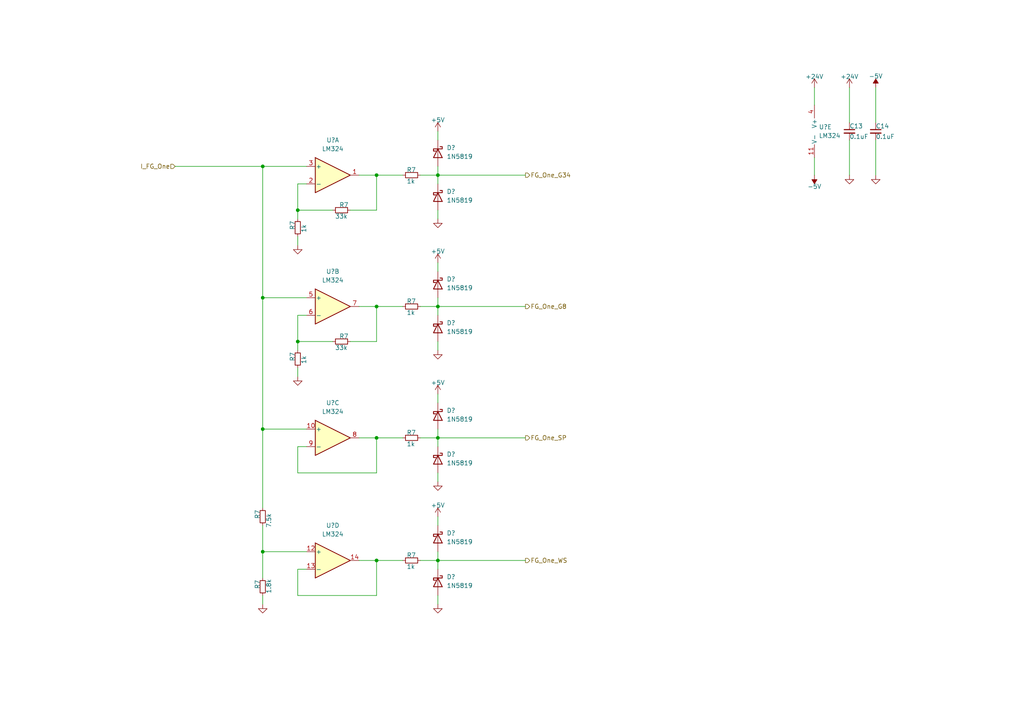
<source format=kicad_sch>
(kicad_sch (version 20230121) (generator eeschema)
  (paper "A4")
  (title_block (title "FG One Amplifier Circuit") (date "2023-12-09") (rev "0.5") (company "/dev/tal e.V."))
  (lib_symbols
    (symbol "Amplifier_Operational:LM324" (pin_names (offset 0.127))
      (property "Reference" "U" (at 0 5.08 0))
      (property "Value" "LM324" (at 0 -5.08 0))
      (symbol "LM324_1_1"
        (polyline (pts (xy -5.08 5.08) (xy 5.08 0) (xy -5.08 -5.08) (xy -5.08 5.08)) (stroke (width 0.254)) (fill (type background)))
        (pin output line (at 7.62 0 180) (length 2.54) (name "~") (number "1"))
        (pin input line (at -7.62 -2.54 0) (length 2.54) (name "-") (number "2"))
        (pin input line (at -7.62 2.54 0) (length 2.54) (name "+") (number "3"))
      )
      (symbol "LM324_2_1"
        (polyline (pts (xy -5.08 5.08) (xy 5.08 0) (xy -5.08 -5.08) (xy -5.08 5.08)) (stroke (width 0.254)) (fill (type background)))
        (pin input line (at -7.62 2.54 0) (length 2.54) (name "+") (number "5"))
        (pin input line (at -7.62 -2.54 0) (length 2.54) (name "-") (number "6"))
        (pin output line (at 7.62 0 180) (length 2.54) (name "~") (number "7"))
      )
      (symbol "LM324_3_1"
        (polyline (pts (xy -5.08 5.08) (xy 5.08 0) (xy -5.08 -5.08) (xy -5.08 5.08)) (stroke (width 0.254)) (fill (type background)))
        (pin input line (at -7.62 2.54 0) (length 2.54) (name "+") (number "10"))
        (pin output line (at 7.62 0 180) (length 2.54) (name "~") (number "8"))
        (pin input line (at -7.62 -2.54 0) (length 2.54) (name "-") (number "9"))
      )
      (symbol "LM324_4_1"
        (polyline (pts (xy -5.08 5.08) (xy 5.08 0) (xy -5.08 -5.08) (xy -5.08 5.08)) (stroke (width 0.254)) (fill (type background)))
        (pin input line (at -7.62 2.54 0) (length 2.54) (name "+") (number "12"))
        (pin input line (at -7.62 -2.54 0) (length 2.54) (name "-") (number "13"))
        (pin output line (at 7.62 0 180) (length 2.54) (name "~") (number "14"))
      )
      (symbol "LM324_5_1"
        (pin power_in line (at -2.54 -7.62 90) (length 3.81) (name "V-") (number "11"))
        (pin power_in line (at -2.54 7.62 270) (length 3.81) (name "V+") (number "4"))
      )
    )
    (symbol "Device:C_Small" (pin_numbers hide) (pin_names (offset 0.254) hide)
      (property "Reference" "C" (at 0.254 1.778 0))
      (property "Value" "C_Small" (at 0.254 -2.032 0))
      (symbol "C_Small_0_1"
        (polyline (pts (xy -1.524 -0.508) (xy 1.524 -0.508)) (stroke (width 0.3302)))
        (polyline (pts (xy -1.524 0.508) (xy 1.524 0.508)) (stroke (width 0.3048)))
      )
      (symbol "C_Small_1_1"
        (pin passive line (at 0 2.54 270) (length 2.032) (name "~") (number "1"))
        (pin passive line (at 0 -2.54 90) (length 2.032) (name "~") (number "2"))
      )
    )
    (symbol "Device:R_Small" (pin_numbers hide) (pin_names (offset 0.254) hide)
      (property "Reference" "R" (at 0.762 0.508 0))
      (property "Value" "R_Small" (at 0.762 -1.016 0))
      (symbol "R_Small_0_1"
        (rectangle (start -0.762 1.778) (end 0.762 -1.778) (stroke (width 0.2032)))
      )
      (symbol "R_Small_1_1"
        (pin passive line (at 0 2.54 270) (length 0.762) (name "~") (number "1"))
        (pin passive line (at 0 -2.54 90) (length 0.762) (name "~") (number "2"))
      )
    )
    (symbol "Diode:1N5819" (pin_numbers hide) (pin_names (offset 1.016) hide)
      (property "Reference" "D" (at 0 2.54 0))
      (property "Value" "1N5819" (at 0 -2.54 0))
      (symbol "1N5819_0_1"
        (polyline (pts (xy 1.27 0) (xy -1.27 0)))
        (polyline (pts (xy 1.27 1.27) (xy 1.27 -1.27) (xy -1.27 0) (xy 1.27 1.27)) (stroke (width 0.254)))
        (polyline (pts (xy -1.905 0.635) (xy -1.905 1.27) (xy -1.27 1.27) (xy -1.27 -1.27) (xy -0.635 -1.27) (xy -0.635 -0.635)) (stroke (width 0.254)))
      )
      (symbol "1N5819_1_1"
        (pin passive line (at -3.81 0 0) (length 2.54) (name "K") (number "1"))
        (pin passive line (at 3.81 0 180) (length 2.54) (name "A") (number "2"))
      )
    )
    (symbol "power:+24V" (power) (pin_names (offset 0))
      (property "Value" "+24V" (at 0 3.556 0))
      (symbol "+24V_0_1"
        (polyline (pts (xy -0.762 1.27) (xy 0 2.54)))
        (polyline (pts (xy 0 0) (xy 0 2.54)))
        (polyline (pts (xy 0 2.54) (xy 0.762 1.27)))
      )
      (symbol "+24V_1_1"
        (pin power_in line (at 0 0 90) (length 0) hide (name "+24V") (number "1"))
      )
    )
    (symbol "power:+5V" (power) (pin_names (offset 0))
      (property "Value" "+5V" (at 0 3.556 0))
      (symbol "+5V_0_1"
        (polyline (pts (xy -0.762 1.27) (xy 0 2.54)))
        (polyline (pts (xy 0 0) (xy 0 2.54)))
        (polyline (pts (xy 0 2.54) (xy 0.762 1.27)))
      )
      (symbol "+5V_1_1"
        (pin power_in line (at 0 0 90) (length 0) hide (name "+5V") (number "1"))
      )
    )
    (symbol "power:-5V" (power) (pin_names (offset 0))
      (property "Value" "-5V" (at 0 3.81 0))
      (symbol "-5V_0_0"
        (pin power_in line (at 0 0 90) (length 0) hide (name "-5V") (number "1"))
      )
      (symbol "-5V_0_1"
        (polyline (pts (xy 0 0) (xy 0 1.27) (xy 0.762 1.27) (xy 0 2.54) (xy -0.762 1.27) (xy 0 1.27)) (fill (type outline)))
      )
    )
    (symbol "power:GND" (power) (pin_names (offset 0))
      (property "Value" "GND" (at 0 -3.81 0))
      (symbol "GND_0_1"
        (polyline (pts (xy 0 0) (xy 0 -1.27) (xy 1.27 -1.27) (xy 0 -2.54) (xy -1.27 -1.27) (xy 0 -1.27)))
      )
      (symbol "GND_1_1"
        (pin power_in line (at 0 0 270) (length 0) hide (name "GND") (number "1"))
      )
    )
  )
  (junction (at 76.2 86.36))
  (junction (at 109.22 127))
  (junction (at 109.22 88.9))
  (junction (at 127 88.9))
  (junction (at 86.36 60.96))
  (junction (at 127 162.56))
  (junction (at 76.2 124.46))
  (junction (at 86.36 99.06))
  (junction (at 76.2 48.26))
  (junction (at 127 50.8))
  (junction (at 76.2 160.02))
  (junction (at 127 127))
  (junction (at 109.22 162.56))
  (junction (at 109.22 50.8))
  (wire (pts (xy 127 38.1) (xy 127 40.64)))
  (wire (pts (xy 86.36 91.44) (xy 86.36 99.06)))
  (wire (pts (xy 88.9 124.46) (xy 76.2 124.46)))
  (wire (pts (xy 86.36 68.58) (xy 86.36 71.12)))
  (wire (pts (xy 86.36 60.96) (xy 96.52 60.96)))
  (wire (pts (xy 121.92 88.9) (xy 127 88.9)))
  (wire (pts (xy 88.9 165.1) (xy 86.36 165.1)))
  (wire (pts (xy 254 40.64) (xy 254 50.8)))
  (wire (pts (xy 127 127) (xy 152.4 127)))
  (wire (pts (xy 88.9 53.34) (xy 86.36 53.34)))
  (wire (pts (xy 88.9 86.36) (xy 76.2 86.36)))
  (wire (pts (xy 76.2 86.36) (xy 76.2 48.26)))
  (wire (pts (xy 127 124.46) (xy 127 127)))
  (wire (pts (xy 109.22 162.56) (xy 116.84 162.56)))
  (wire (pts (xy 86.36 99.06) (xy 86.36 101.6)))
  (wire (pts (xy 127 86.36) (xy 127 88.9)))
  (wire (pts (xy 76.2 172.72) (xy 76.2 175.26)))
  (wire (pts (xy 104.14 127) (xy 109.22 127)))
  (wire (pts (xy 86.36 53.34) (xy 86.36 60.96)))
  (wire (pts (xy 127 50.8) (xy 127 53.34)))
  (wire (pts (xy 236.22 45.72) (xy 236.22 50.8)))
  (wire (pts (xy 109.22 127) (xy 116.84 127)))
  (wire (pts (xy 76.2 48.26) (xy 88.9 48.26)))
  (wire (pts (xy 127 162.56) (xy 127 165.1)))
  (wire (pts (xy 86.36 99.06) (xy 96.52 99.06)))
  (wire (pts (xy 127 160.02) (xy 127 162.56)))
  (wire (pts (xy 109.22 99.06) (xy 109.22 88.9)))
  (wire (pts (xy 76.2 160.02) (xy 76.2 167.64)))
  (wire (pts (xy 86.36 129.54) (xy 86.36 137.16)))
  (wire (pts (xy 246.38 25.4) (xy 246.38 35.56)))
  (wire (pts (xy 246.38 40.64) (xy 246.38 50.8)))
  (wire (pts (xy 88.9 129.54) (xy 86.36 129.54)))
  (wire (pts (xy 127 137.16) (xy 127 139.7)))
  (wire (pts (xy 121.92 127) (xy 127 127)))
  (wire (pts (xy 76.2 152.4) (xy 76.2 160.02)))
  (wire (pts (xy 104.14 50.8) (xy 109.22 50.8)))
  (wire (pts (xy 88.9 91.44) (xy 86.36 91.44)))
  (wire (pts (xy 86.36 60.96) (xy 86.36 63.5)))
  (wire (pts (xy 127 50.8) (xy 152.4 50.8)))
  (wire (pts (xy 109.22 172.72) (xy 109.22 162.56)))
  (wire (pts (xy 86.36 106.68) (xy 86.36 109.22)))
  (wire (pts (xy 127 60.96) (xy 127 63.5)))
  (wire (pts (xy 109.22 88.9) (xy 116.84 88.9)))
  (wire (pts (xy 127 48.26) (xy 127 50.8)))
  (wire (pts (xy 101.6 60.96) (xy 109.22 60.96)))
  (wire (pts (xy 127 76.2) (xy 127 78.74)))
  (wire (pts (xy 127 88.9) (xy 152.4 88.9)))
  (wire (pts (xy 86.36 172.72) (xy 109.22 172.72)))
  (wire (pts (xy 76.2 124.46) (xy 76.2 147.32)))
  (wire (pts (xy 121.92 162.56) (xy 127 162.56)))
  (wire (pts (xy 109.22 60.96) (xy 109.22 50.8)))
  (wire (pts (xy 104.14 162.56) (xy 109.22 162.56)))
  (wire (pts (xy 101.6 99.06) (xy 109.22 99.06)))
  (wire (pts (xy 50.8 48.26) (xy 76.2 48.26)))
  (wire (pts (xy 127 162.56) (xy 152.4 162.56)))
  (wire (pts (xy 86.36 165.1) (xy 86.36 172.72)))
  (wire (pts (xy 127 149.86) (xy 127 152.4)))
  (wire (pts (xy 236.22 25.4) (xy 236.22 30.48)))
  (wire (pts (xy 254 25.4) (xy 254 35.56)))
  (wire (pts (xy 104.14 88.9) (xy 109.22 88.9)))
  (wire (pts (xy 109.22 50.8) (xy 116.84 50.8)))
  (wire (pts (xy 76.2 160.02) (xy 88.9 160.02)))
  (wire (pts (xy 127 99.06) (xy 127 101.6)))
  (wire (pts (xy 127 114.3) (xy 127 116.84)))
  (wire (pts (xy 127 88.9) (xy 127 91.44)))
  (wire (pts (xy 76.2 124.46) (xy 76.2 86.36)))
  (wire (pts (xy 127 172.72) (xy 127 175.26)))
  (wire (pts (xy 86.36 137.16) (xy 109.22 137.16)))
  (wire (pts (xy 127 127) (xy 127 129.54)))
  (wire (pts (xy 121.92 50.8) (xy 127 50.8)))
  (wire (pts (xy 109.22 137.16) (xy 109.22 127)))
  (hierarchical_label "FG_One_G8" (shape output) (at 152.4 88.9 0))
  (hierarchical_label "I_FG_One" (shape input) (at 50.8 48.26 180))
  (hierarchical_label "FG_One_WS" (shape output) (at 152.4 162.56 0))
  (hierarchical_label "FG_One_SP" (shape output) (at 152.4 127 0))
  (hierarchical_label "FG_One_G34" (shape output) (at 152.4 50.8 0))
  (symbol (lib_id "power:GND") (at 76.2 175.26 0) (unit 1)
    (property "Reference" "#PWR062" (effects hide))
    (property "Value" "GND" (effects hide))
    (instances (project "fg_lampe" (path "" (reference "#PWR062") (unit 1)) (path "" (reference "#PWR?") (unit 1)) (path "" (reference "#PWR0167") (unit 1)) (path "" (reference "#PWR0168") (unit 1))))
  )
  (symbol (lib_id "Diode:1N5819") (at 127 120.65 270) (unit 1)
    (property "Reference" "D?" (at 129.54 119.0625 90) (effects (justify left)))
    (property "Value" "1N5819" (at 129.54 121.6025 90) (effects (justify left)))
    (property "Footprint" "Diode_THT:D_DO-41_SOD81_P10.16mm_Horizontal" (effects hide))
    (property "Datasheet" "http://www.vishay.com/docs/88525/1n5817.pdf" (effects hide))
    (instances (project "fg_lampe" (path "" (reference "D?") (unit 1)) (path "" (reference "D6") (unit 1)) (path "" (reference "D14") (unit 1))))
  )
  (symbol (lib_id "Amplifier_Operational:LM324") (at 96.52 162.56 0) (unit 4)
    (property "Reference" "U?" (at 96.52 152.4 0))
    (property "Value" "LM324" (at 96.52 154.94 0))
    (property "Footprint" "Package_DIP:DIP-14_W7.62mm_Socket_LongPads" (effects hide))
    (property "Datasheet" "http://www.ti.com/lit/ds/symlink/lm2902-n.pdf" (effects hide))
    (instances (project "fg_lampe" (path "" (reference "U?") (unit 4)) (path "" (reference "U14") (unit 4)) (path "" (reference "U15") (unit 4))))
  )
  (symbol (lib_id "Diode:1N5819") (at 127 133.35 270) (unit 1)
    (property "Reference" "D?" (at 129.54 131.7625 90) (effects (justify left)))
    (property "Value" "1N5819" (at 129.54 134.3025 90) (effects (justify left)))
    (property "Footprint" "Diode_THT:D_DO-41_SOD81_P10.16mm_Horizontal" (effects hide))
    (property "Datasheet" "http://www.vishay.com/docs/88525/1n5817.pdf" (effects hide))
    (instances (project "fg_lampe" (path "" (reference "D?") (unit 1)) (path "" (reference "D7") (unit 1)) (path "" (reference "D15") (unit 1))))
  )
  (symbol (lib_id "Device:R_Small") (at 119.38 88.9 90) (unit 1)
    (property "Reference" "R7" (at 120.65 87.376 90) (effects (justify left)))
    (property "Value" "1k" (at 120.396 90.678 90) (effects (justify left)))
    (property "Footprint" "Resistor_THT:R_Axial_DIN0207_L6.3mm_D2.5mm_P10.16mm_Horizontal" (effects hide))
    (property "Datasheet" "https://www.seielect.com/catalog/sei-cf_cfm.pdf" (effects hide))
    (property "Manufacturer" "Stackpole Electronics Inc" (effects hide))
    (property "Part Nr. " "CF14JT1K00" (effects hide))
    (instances (project "fg_lampe" (path "" (reference "R7") (unit 1)) (path "" (reference "R40") (unit 1)) (path "" (reference "R?") (unit 1)) (path "" (reference "R45") (unit 1)) (path "" (reference "R49") (unit 1))))
  )
  (symbol (lib_id "Amplifier_Operational:LM324") (at 96.52 88.9 0) (unit 2)
    (property "Reference" "U?" (at 96.52 78.74 0))
    (property "Value" "LM324" (at 96.52 81.28 0))
    (property "Footprint" "Package_DIP:DIP-14_W7.62mm_Socket_LongPads" (effects hide))
    (property "Datasheet" "http://www.ti.com/lit/ds/symlink/lm2902-n.pdf" (effects hide))
    (instances (project "fg_lampe" (path "" (reference "U?") (unit 2)) (path "" (reference "U14") (unit 2)) (path "" (reference "U15") (unit 2))))
  )
  (symbol (lib_id "Device:C_Small") (at 246.38 38.1 0) (unit 1)
    (property "Reference" "C13" (at 246.38 36.576 0) (effects (justify left)))
    (property "Value" "0.1uF" (at 246.38 39.624 0) (effects (justify left)))
    (property "Footprint" "Capacitor_THT:C_Disc_D5.1mm_W3.2mm_P5.00mm" (effects hide))
    (property "Datasheet" "https://datasheets.kyocera-avx.com/SR-Series.pdf" (effects hide))
    (property "Part Nr. " "SR211C104KARTR1" (effects hide))
    (property "Manufacturer" "KYOCERA AVX" (effects hide))
    (instances (project "fg_lampe" (path "" (reference "C13") (unit 1)) (path "" (reference "C13") (unit 1)) (path "" (reference "C36") (unit 1)) (path "" (reference "C38") (unit 1))))
  )
  (symbol (lib_id "power:-5V") (at 236.22 50.8 180) (unit 1)
    (property "Reference" "#PWR036" (effects hide))
    (property "Value" "-5V" (at 236.22 54.102 0))
    (instances (project "fg_lampe" (path "" (reference "#PWR036") (unit 1)) (path "" (reference "#PWR036") (unit 1)) (path "" (reference "#PWR0146") (unit 1)) (path "" (reference "#PWR0160") (unit 1))))
  )
  (symbol (lib_id "power:+5V") (at 127 149.86 0) (unit 1)
    (property "Reference" "#PWR061" (effects hide))
    (property "Value" "+5V" (at 127 146.558 0))
    (instances (project "fg_lampe" (path "" (reference "#PWR061") (unit 1)) (path "" (reference "#PWR?") (unit 1)) (path "" (reference "#PWR0143") (unit 1)) (path "" (reference "#PWR0157") (unit 1))))
  )
  (symbol (lib_id "power:+5V") (at 127 114.3 0) (unit 1)
    (property "Reference" "#PWR061" (effects hide))
    (property "Value" "+5V" (at 127 110.998 0))
    (instances (project "fg_lampe" (path "" (reference "#PWR061") (unit 1)) (path "" (reference "#PWR?") (unit 1)) (path "" (reference "#PWR0141") (unit 1)) (path "" (reference "#PWR0155") (unit 1))))
  )
  (symbol (lib_id "Device:R_Small") (at 76.2 170.18 180) (unit 1)
    (property "Reference" "R7" (at 74.676 168.148 90) (effects (justify left)))
    (property "Value" "1.8k" (at 77.978 167.894 90) (effects (justify left)))
    (property "Footprint" "Resistor_THT:R_Axial_DIN0207_L6.3mm_D2.5mm_P10.16mm_Horizontal" (effects hide))
    (property "Datasheet" "https://www.seielect.com/catalog/sei-cf_cfm.pdf" (effects hide))
    (property "Manufacturer" "Stackpole Electronics Inc" (effects hide))
    (property "Part Nr. " "CF14JT1K00" (effects hide))
    (instances (project "fg_lampe" (path "" (reference "R7") (unit 1)) (path "" (reference "R40") (unit 1)) (path "" (reference "R?") (unit 1)) (path "" (reference "R56") (unit 1)) (path "" (reference "R59") (unit 1))))
  )
  (symbol (lib_id "Device:R_Small") (at 119.38 50.8 90) (unit 1)
    (property "Reference" "R7" (at 120.65 49.276 90) (effects (justify left)))
    (property "Value" "1k" (at 120.396 52.578 90) (effects (justify left)))
    (property "Footprint" "Resistor_THT:R_Axial_DIN0207_L6.3mm_D2.5mm_P10.16mm_Horizontal" (effects hide))
    (property "Datasheet" "https://www.seielect.com/catalog/sei-cf_cfm.pdf" (effects hide))
    (property "Manufacturer" "Stackpole Electronics Inc" (effects hide))
    (property "Part Nr. " "CF14JT1K00" (effects hide))
    (instances (project "fg_lampe" (path "" (reference "R7") (unit 1)) (path "" (reference "R40") (unit 1)) (path "" (reference "R?") (unit 1)) (path "" (reference "R44") (unit 1)) (path "" (reference "R48") (unit 1))))
  )
  (symbol (lib_id "power:-5V") (at 254 25.4 0) (unit 1)
    (property "Reference" "#PWR040" (effects hide))
    (property "Value" "-5V" (at 254 22.098 0))
    (instances (project "fg_lampe" (path "" (reference "#PWR040") (unit 1)) (path "" (reference "#PWR039") (unit 1)) (path "" (reference "#PWR0149") (unit 1)) (path "" (reference "#PWR0163") (unit 1))))
  )
  (symbol (lib_id "Device:R_Small") (at 119.38 127 90) (unit 1)
    (property "Reference" "R7" (at 120.65 125.476 90) (effects (justify left)))
    (property "Value" "1k" (at 120.396 128.778 90) (effects (justify left)))
    (property "Footprint" "Resistor_THT:R_Axial_DIN0207_L6.3mm_D2.5mm_P10.16mm_Horizontal" (effects hide))
    (property "Datasheet" "https://www.seielect.com/catalog/sei-cf_cfm.pdf" (effects hide))
    (property "Manufacturer" "Stackpole Electronics Inc" (effects hide))
    (property "Part Nr. " "CF14JT1K00" (effects hide))
    (instances (project "fg_lampe" (path "" (reference "R7") (unit 1)) (path "" (reference "R40") (unit 1)) (path "" (reference "R?") (unit 1)) (path "" (reference "R46") (unit 1)) (path "" (reference "R50") (unit 1))))
  )
  (symbol (lib_id "power:GND") (at 254 50.8 0) (unit 1)
    (property "Reference" "#PWR039" (effects hide))
    (property "Value" "GND" (effects hide))
    (instances (project "fg_lampe" (path "" (reference "#PWR039") (unit 1)) (path "" (reference "#PWR040") (unit 1)) (path "" (reference "#PWR0150") (unit 1)) (path "" (reference "#PWR0164") (unit 1))))
  )
  (symbol (lib_id "Diode:1N5819") (at 127 168.91 270) (unit 1)
    (property "Reference" "D?" (at 129.54 167.3225 90) (effects (justify left)))
    (property "Value" "1N5819" (at 129.54 169.8625 90) (effects (justify left)))
    (property "Footprint" "Diode_THT:D_DO-41_SOD81_P10.16mm_Horizontal" (effects hide))
    (property "Datasheet" "http://www.vishay.com/docs/88525/1n5817.pdf" (effects hide))
    (instances (project "fg_lampe" (path "" (reference "D?") (unit 1)) (path "" (reference "D9") (unit 1)) (path "" (reference "D17") (unit 1))))
  )
  (symbol (lib_id "Device:R_Small") (at 119.38 162.56 90) (unit 1)
    (property "Reference" "R7" (at 120.65 161.036 90) (effects (justify left)))
    (property "Value" "1k" (at 120.396 164.338 90) (effects (justify left)))
    (property "Footprint" "Resistor_THT:R_Axial_DIN0207_L6.3mm_D2.5mm_P10.16mm_Horizontal" (effects hide))
    (property "Datasheet" "https://www.seielect.com/catalog/sei-cf_cfm.pdf" (effects hide))
    (property "Manufacturer" "Stackpole Electronics Inc" (effects hide))
    (property "Part Nr. " "CF14JT1K00" (effects hide))
    (instances (project "fg_lampe" (path "" (reference "R7") (unit 1)) (path "" (reference "R40") (unit 1)) (path "" (reference "R?") (unit 1)) (path "" (reference "R47") (unit 1)) (path "" (reference "R51") (unit 1))))
  )
  (symbol (lib_id "power:GND") (at 127 101.6 0) (unit 1)
    (property "Reference" "#PWR062" (effects hide))
    (property "Value" "GND" (effects hide))
    (instances (project "fg_lampe" (path "" (reference "#PWR062") (unit 1)) (path "" (reference "#PWR?") (unit 1)) (path "" (reference "#PWR0140") (unit 1)) (path "" (reference "#PWR0154") (unit 1))))
  )
  (symbol (lib_id "Amplifier_Operational:LM324") (at 96.52 127 0) (unit 3)
    (property "Reference" "U?" (at 96.52 116.84 0))
    (property "Value" "LM324" (at 96.52 119.38 0))
    (property "Footprint" "Package_DIP:DIP-14_W7.62mm_Socket_LongPads" (effects hide))
    (property "Datasheet" "http://www.ti.com/lit/ds/symlink/lm2902-n.pdf" (effects hide))
    (instances (project "fg_lampe" (path "" (reference "U?") (unit 3)) (path "" (reference "U14") (unit 3)) (path "" (reference "U15") (unit 3))))
  )
  (symbol (lib_id "Amplifier_Operational:LM324") (at 238.76 38.1 0) (unit 5)
    (property "Reference" "U?" (at 237.49 36.83 0) (effects (justify left)))
    (property "Value" "LM324" (at 237.49 39.37 0) (effects (justify left)))
    (property "Footprint" "Package_DIP:DIP-14_W7.62mm_Socket_LongPads" (effects hide))
    (property "Datasheet" "http://www.ti.com/lit/ds/symlink/lm2902-n.pdf" (effects hide))
    (instances (project "fg_lampe" (path "" (reference "U?") (unit 5)) (path "" (reference "U14") (unit 5)) (path "" (reference "U15") (unit 5))))
  )
  (symbol (lib_id "Diode:1N5819") (at 127 156.21 270) (unit 1)
    (property "Reference" "D?" (at 129.54 154.6225 90) (effects (justify left)))
    (property "Value" "1N5819" (at 129.54 157.1625 90) (effects (justify left)))
    (property "Footprint" "Diode_THT:D_DO-41_SOD81_P10.16mm_Horizontal" (effects hide))
    (property "Datasheet" "http://www.vishay.com/docs/88525/1n5817.pdf" (effects hide))
    (instances (project "fg_lampe" (path "" (reference "D?") (unit 1)) (path "" (reference "D8") (unit 1)) (path "" (reference "D16") (unit 1))))
  )
  (symbol (lib_id "power:GND") (at 127 175.26 0) (unit 1)
    (property "Reference" "#PWR062" (effects hide))
    (property "Value" "GND" (effects hide))
    (instances (project "fg_lampe" (path "" (reference "#PWR062") (unit 1)) (path "" (reference "#PWR?") (unit 1)) (path "" (reference "#PWR0144") (unit 1)) (path "" (reference "#PWR0158") (unit 1))))
  )
  (symbol (lib_id "Device:C_Small") (at 254 38.1 0) (unit 1)
    (property "Reference" "C14" (at 254 36.576 0) (effects (justify left)))
    (property "Value" "0.1uF" (at 254 39.624 0) (effects (justify left)))
    (property "Footprint" "Capacitor_THT:C_Disc_D5.1mm_W3.2mm_P5.00mm" (effects hide))
    (property "Datasheet" "https://datasheets.kyocera-avx.com/SR-Series.pdf" (effects hide))
    (property "Part Nr. " "SR211C104KARTR1" (effects hide))
    (property "Manufacturer" "KYOCERA AVX" (effects hide))
    (instances (project "fg_lampe" (path "" (reference "C14") (unit 1)) (path "" (reference "C14") (unit 1)) (path "" (reference "C37") (unit 1)) (path "" (reference "C39") (unit 1))))
  )
  (symbol (lib_id "power:GND") (at 86.36 71.12 0) (unit 1)
    (property "Reference" "#PWR062" (effects hide))
    (property "Value" "GND" (effects hide))
    (instances (project "fg_lampe" (path "" (reference "#PWR062") (unit 1)) (path "" (reference "#PWR?") (unit 1)) (path "" (reference "#PWR0165") (unit 1)) (path "" (reference "#PWR0169") (unit 1))))
  )
  (symbol (lib_id "Device:R_Small") (at 86.36 66.04 180) (unit 1)
    (property "Reference" "R7" (at 84.836 64.008 90) (effects (justify left)))
    (property "Value" "1k" (at 88.138 65.024 90) (effects (justify left)))
    (property "Footprint" "Resistor_THT:R_Axial_DIN0207_L6.3mm_D2.5mm_P10.16mm_Horizontal" (effects hide))
    (property "Datasheet" "https://www.seielect.com/catalog/sei-cf_cfm.pdf" (effects hide))
    (property "Manufacturer" "Stackpole Electronics Inc" (effects hide))
    (property "Part Nr. " "CF14JT1K00" (effects hide))
    (instances (project "fg_lampe" (path "" (reference "R7") (unit 1)) (path "" (reference "R40") (unit 1)) (path "" (reference "R?") (unit 1)) (path "" (reference "R53") (unit 1)) (path "" (reference "R60") (unit 1))))
  )
  (symbol (lib_id "Diode:1N5819") (at 127 57.15 270) (unit 1)
    (property "Reference" "D?" (at 129.54 55.5625 90) (effects (justify left)))
    (property "Value" "1N5819" (at 129.54 58.1025 90) (effects (justify left)))
    (property "Footprint" "Diode_THT:D_DO-41_SOD81_P10.16mm_Horizontal" (effects hide))
    (property "Datasheet" "http://www.vishay.com/docs/88525/1n5817.pdf" (effects hide))
    (instances (project "fg_lampe" (path "" (reference "D?") (unit 1)) (path "" (reference "D3") (unit 1)) (path "" (reference "D11") (unit 1))))
  )
  (symbol (lib_id "power:GND") (at 86.36 109.22 0) (unit 1)
    (property "Reference" "#PWR062" (effects hide))
    (property "Value" "GND" (effects hide))
    (instances (project "fg_lampe" (path "" (reference "#PWR062") (unit 1)) (path "" (reference "#PWR?") (unit 1)) (path "" (reference "#PWR0166") (unit 1)) (path "" (reference "#PWR0170") (unit 1))))
  )
  (symbol (lib_id "Device:R_Small") (at 99.06 60.96 90) (unit 1)
    (property "Reference" "R7" (at 101.092 59.436 90) (effects (justify left)))
    (property "Value" "33k" (at 100.838 62.738 90) (effects (justify left)))
    (property "Footprint" "Resistor_THT:R_Axial_DIN0207_L6.3mm_D2.5mm_P10.16mm_Horizontal" (effects hide))
    (property "Datasheet" "https://www.seielect.com/catalog/sei-cf_cfm.pdf" (effects hide))
    (property "Manufacturer" "Stackpole Electronics Inc" (effects hide))
    (property "Part Nr. " "CF14JT1K00" (effects hide))
    (instances (project "fg_lampe" (path "" (reference "R7") (unit 1)) (path "" (reference "R40") (unit 1)) (path "" (reference "R?") (unit 1)) (path "" (reference "R52") (unit 1)) (path "" (reference "R62") (unit 1))))
  )
  (symbol (lib_id "Device:R_Small") (at 99.06 99.06 90) (unit 1)
    (property "Reference" "R7" (at 101.092 97.536 90) (effects (justify left)))
    (property "Value" "33k" (at 100.838 100.838 90) (effects (justify left)))
    (property "Footprint" "Resistor_THT:R_Axial_DIN0207_L6.3mm_D2.5mm_P10.16mm_Horizontal" (effects hide))
    (property "Datasheet" "https://www.seielect.com/catalog/sei-cf_cfm.pdf" (effects hide))
    (property "Manufacturer" "Stackpole Electronics Inc" (effects hide))
    (property "Part Nr. " "CF14JT1K00" (effects hide))
    (instances (project "fg_lampe" (path "" (reference "R7") (unit 1)) (path "" (reference "R40") (unit 1)) (path "" (reference "R?") (unit 1)) (path "" (reference "R55") (unit 1)) (path "" (reference "R63") (unit 1))))
  )
  (symbol (lib_id "Diode:1N5819") (at 127 95.25 270) (unit 1)
    (property "Reference" "D?" (at 129.54 93.6625 90) (effects (justify left)))
    (property "Value" "1N5819" (at 129.54 96.2025 90) (effects (justify left)))
    (property "Footprint" "Diode_THT:D_DO-41_SOD81_P10.16mm_Horizontal" (effects hide))
    (property "Datasheet" "http://www.vishay.com/docs/88525/1n5817.pdf" (effects hide))
    (instances (project "fg_lampe" (path "" (reference "D?") (unit 1)) (path "" (reference "D5") (unit 1)) (path "" (reference "D13") (unit 1))))
  )
  (symbol (lib_id "power:+24V") (at 246.38 25.4 0) (unit 1)
    (property "Reference" "#PWR046" (effects hide))
    (property "Value" "+24V" (at 246.38 22.225 0))
    (instances (project "fg_lampe" (path "" (reference "#PWR046") (unit 1)) (path "" (reference "#PWR012") (unit 1)) (path "" (reference "#PWR037") (unit 1)) (path "" (reference "#PWR0147") (unit 1)) (path "" (reference "#PWR0161") (unit 1))))
  )
  (symbol (lib_id "power:GND") (at 127 63.5 0) (unit 1)
    (property "Reference" "#PWR062" (effects hide))
    (property "Value" "GND" (effects hide))
    (instances (project "fg_lampe" (path "" (reference "#PWR062") (unit 1)) (path "" (reference "#PWR?") (unit 1)) (path "" (reference "#PWR0138") (unit 1)) (path "" (reference "#PWR0152") (unit 1))))
  )
  (symbol (lib_id "Device:R_Small") (at 76.2 149.86 180) (unit 1)
    (property "Reference" "R7" (at 74.676 147.828 90) (effects (justify left)))
    (property "Value" "7.5k" (at 77.978 148.844 90) (effects (justify left)))
    (property "Footprint" "Resistor_THT:R_Axial_DIN0207_L6.3mm_D2.5mm_P10.16mm_Horizontal" (effects hide))
    (property "Datasheet" "https://www.seielect.com/catalog/sei-cf_cfm.pdf" (effects hide))
    (property "Manufacturer" "Stackpole Electronics Inc" (effects hide))
    (property "Part Nr. " "CF14JT1K00" (effects hide))
    (instances (project "fg_lampe" (path "" (reference "R7") (unit 1)) (path "" (reference "R40") (unit 1)) (path "" (reference "R?") (unit 1)) (path "" (reference "R57") (unit 1)) (path "" (reference "R58") (unit 1))))
  )
  (symbol (lib_id "power:GND") (at 127 139.7 0) (unit 1)
    (property "Reference" "#PWR062" (effects hide))
    (property "Value" "GND" (effects hide))
    (instances (project "fg_lampe" (path "" (reference "#PWR062") (unit 1)) (path "" (reference "#PWR?") (unit 1)) (path "" (reference "#PWR0142") (unit 1)) (path "" (reference "#PWR0156") (unit 1))))
  )
  (symbol (lib_id "power:+5V") (at 127 38.1 0) (unit 1)
    (property "Reference" "#PWR061" (effects hide))
    (property "Value" "+5V" (at 127 34.798 0))
    (instances (project "fg_lampe" (path "" (reference "#PWR061") (unit 1)) (path "" (reference "#PWR?") (unit 1)) (path "" (reference "#PWR0137") (unit 1)) (path "" (reference "#PWR0151") (unit 1))))
  )
  (symbol (lib_id "power:GND") (at 246.38 50.8 0) (unit 1)
    (property "Reference" "#PWR038" (effects hide))
    (property "Value" "GND" (effects hide))
    (instances (project "fg_lampe" (path "" (reference "#PWR038") (unit 1)) (path "" (reference "#PWR038") (unit 1)) (path "" (reference "#PWR0148") (unit 1)) (path "" (reference "#PWR0162") (unit 1))))
  )
  (symbol (lib_id "Diode:1N5819") (at 127 44.45 270) (unit 1)
    (property "Reference" "D?" (at 129.54 42.8625 90) (effects (justify left)))
    (property "Value" "1N5819" (at 129.54 45.4025 90) (effects (justify left)))
    (property "Footprint" "Diode_THT:D_DO-41_SOD81_P10.16mm_Horizontal" (effects hide))
    (property "Datasheet" "http://www.vishay.com/docs/88525/1n5817.pdf" (effects hide))
    (instances (project "fg_lampe" (path "" (reference "D?") (unit 1)) (path "" (reference "D2") (unit 1)) (path "" (reference "D10") (unit 1))))
  )
  (symbol (lib_id "Amplifier_Operational:LM324") (at 96.52 50.8 0) (unit 1)
    (property "Reference" "U?" (at 96.52 40.64 0))
    (property "Value" "LM324" (at 96.52 43.18 0))
    (property "Footprint" "Package_DIP:DIP-14_W7.62mm_Socket_LongPads" (effects hide))
    (property "Datasheet" "http://www.ti.com/lit/ds/symlink/lm2902-n.pdf" (effects hide))
    (instances (project "fg_lampe" (path "" (reference "U?") (unit 1)) (path "" (reference "U14") (unit 1)) (path "" (reference "U15") (unit 1))))
  )
  (symbol (lib_id "power:+5V") (at 127 76.2 0) (unit 1)
    (property "Reference" "#PWR061" (effects hide))
    (property "Value" "+5V" (at 127 72.898 0))
    (instances (project "fg_lampe" (path "" (reference "#PWR061") (unit 1)) (path "" (reference "#PWR?") (unit 1)) (path "" (reference "#PWR0139") (unit 1)) (path "" (reference "#PWR0153") (unit 1))))
  )
  (symbol (lib_id "Diode:1N5819") (at 127 82.55 270) (unit 1)
    (property "Reference" "D?" (at 129.54 80.9625 90) (effects (justify left)))
    (property "Value" "1N5819" (at 129.54 83.5025 90) (effects (justify left)))
    (property "Footprint" "Diode_THT:D_DO-41_SOD81_P10.16mm_Horizontal" (effects hide))
    (property "Datasheet" "http://www.vishay.com/docs/88525/1n5817.pdf" (effects hide))
    (instances (project "fg_lampe" (path "" (reference "D?") (unit 1)) (path "" (reference "D4") (unit 1)) (path "" (reference "D12") (unit 1))))
  )
  (symbol (lib_id "power:+24V") (at 236.22 25.4 0) (unit 1)
    (property "Reference" "#PWR046" (effects hide))
    (property "Value" "+24V" (at 236.22 22.225 0))
    (instances (project "fg_lampe" (path "" (reference "#PWR046") (unit 1)) (path "" (reference "#PWR012") (unit 1)) (path "" (reference "#PWR035") (unit 1)) (path "" (reference "#PWR0145") (unit 1)) (path "" (reference "#PWR0159") (unit 1))))
  )
  (symbol (lib_id "Device:R_Small") (at 86.36 104.14 180) (unit 1)
    (property "Reference" "R7" (at 84.836 102.108 90) (effects (justify left)))
    (property "Value" "1k" (at 88.138 103.124 90) (effects (justify left)))
    (property "Footprint" "Resistor_THT:R_Axial_DIN0207_L6.3mm_D2.5mm_P10.16mm_Horizontal" (effects hide))
    (property "Datasheet" "https://www.seielect.com/catalog/sei-cf_cfm.pdf" (effects hide))
    (property "Manufacturer" "Stackpole Electronics Inc" (effects hide))
    (property "Part Nr. " "CF14JT1K00" (effects hide))
    (instances (project "fg_lampe" (path "" (reference "R7") (unit 1)) (path "" (reference "R40") (unit 1)) (path "" (reference "R?") (unit 1)) (path "" (reference "R54") (unit 1)) (path "" (reference "R61") (unit 1))))
  )
)
</source>
